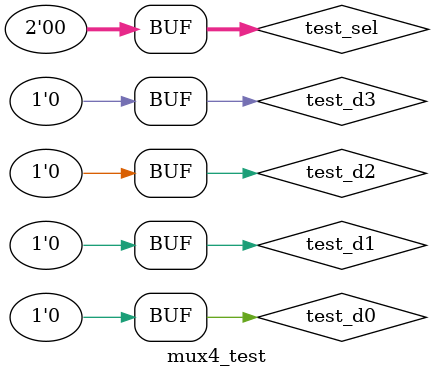
<source format=sv>
module mux4_test;

    logic test_d0, test_d1, test_d2, test_d3, test_z;
    logic [1:0] test_sel;

    mux4 uut(
        .d0(test_d0),
        .d1(test_d1),
        .d2(test_d2),
        .d3(test_d3),
        .z(test_z),
        .sel(test_sel)
    );

    initial begin
        test_d0=1'b0;
        test_d1=1'b0;
        test_d2=1'b0;
        test_d3=1'b0;
        test_sel=2'b0;

        #50;

        test_d0=1'b1;

        #50;

        test_d0=1'b0;

        #50;

    end

endmodule

</source>
